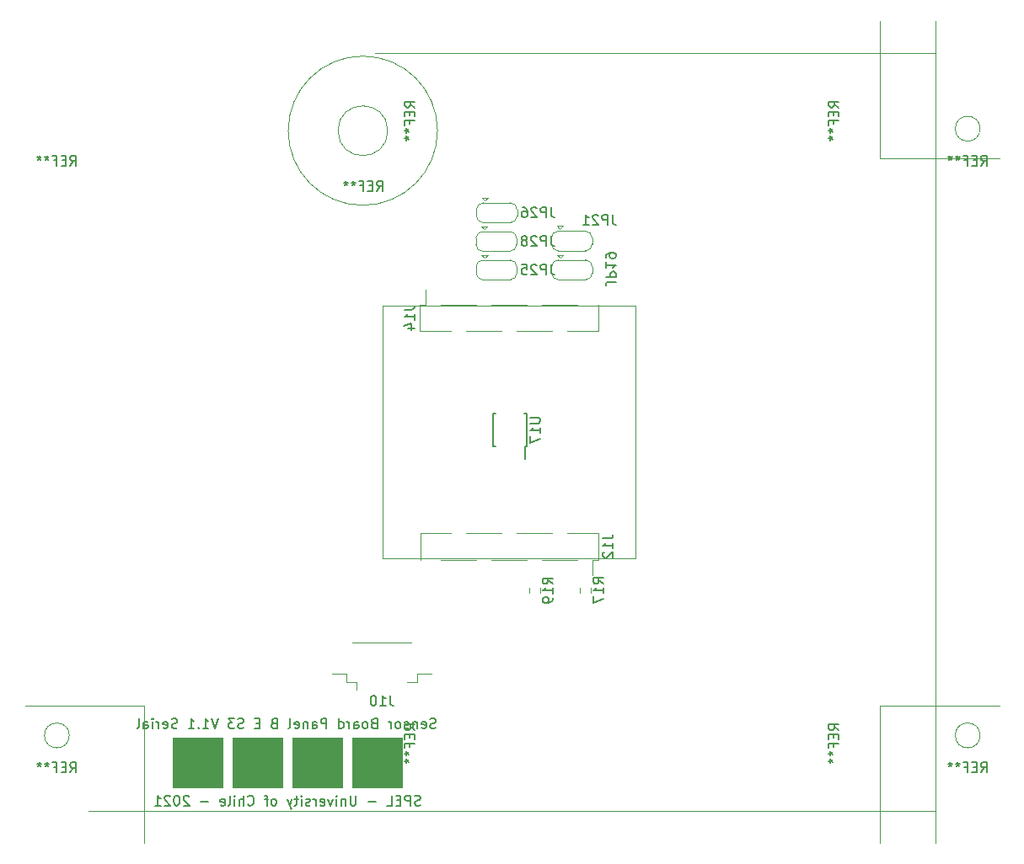
<source format=gbr>
G04 #@! TF.GenerationSoftware,KiCad,Pcbnew,(5.1.2)-2*
G04 #@! TF.CreationDate,2022-01-19T07:22:50-03:00*
G04 #@! TF.ProjectId,MAG_Plus,4d41475f-506c-4757-932e-6b696361645f,rev?*
G04 #@! TF.SameCoordinates,Original*
G04 #@! TF.FileFunction,Legend,Bot*
G04 #@! TF.FilePolarity,Positive*
%FSLAX46Y46*%
G04 Gerber Fmt 4.6, Leading zero omitted, Abs format (unit mm)*
G04 Created by KiCad (PCBNEW (5.1.2)-2) date 2022-01-19 07:22:50*
%MOMM*%
%LPD*%
G04 APERTURE LIST*
%ADD10C,0.120000*%
%ADD11C,0.100000*%
%ADD12C,0.150000*%
G04 APERTURE END LIST*
D10*
X48500000Y-23000000D02*
G75*
G03X48500000Y-23000000I-2500000J0D01*
G01*
X53500000Y-23000000D02*
G75*
G03X53500000Y-23000000I-7500000J0D01*
G01*
D11*
G36*
X37900000Y-89050000D02*
G01*
X32900000Y-89050000D01*
X32900000Y-84050000D01*
X37900000Y-84050000D01*
X37900000Y-89050000D01*
G37*
X37900000Y-89050000D02*
X32900000Y-89050000D01*
X32900000Y-84050000D01*
X37900000Y-84050000D01*
X37900000Y-89050000D01*
G36*
X43900000Y-89050000D02*
G01*
X38900000Y-89050000D01*
X38900000Y-84050000D01*
X43900000Y-84050000D01*
X43900000Y-89050000D01*
G37*
X43900000Y-89050000D02*
X38900000Y-89050000D01*
X38900000Y-84050000D01*
X43900000Y-84050000D01*
X43900000Y-89050000D01*
G36*
X31900000Y-89050000D02*
G01*
X26900000Y-89050000D01*
X26900000Y-84050000D01*
X31900000Y-84050000D01*
X31900000Y-89050000D01*
G37*
X31900000Y-89050000D02*
X26900000Y-89050000D01*
X26900000Y-84050000D01*
X31900000Y-84050000D01*
X31900000Y-89050000D01*
G36*
X49900000Y-89050000D02*
G01*
X44900000Y-89050000D01*
X44900000Y-84050000D01*
X49900000Y-84050000D01*
X49900000Y-89050000D01*
G37*
X49900000Y-89050000D02*
X44900000Y-89050000D01*
X44900000Y-84050000D01*
X49900000Y-84050000D01*
X49900000Y-89050000D01*
D12*
X51783333Y-90804761D02*
X51640476Y-90852380D01*
X51402380Y-90852380D01*
X51307142Y-90804761D01*
X51259523Y-90757142D01*
X51211904Y-90661904D01*
X51211904Y-90566666D01*
X51259523Y-90471428D01*
X51307142Y-90423809D01*
X51402380Y-90376190D01*
X51592857Y-90328571D01*
X51688095Y-90280952D01*
X51735714Y-90233333D01*
X51783333Y-90138095D01*
X51783333Y-90042857D01*
X51735714Y-89947619D01*
X51688095Y-89900000D01*
X51592857Y-89852380D01*
X51354761Y-89852380D01*
X51211904Y-89900000D01*
X50783333Y-90852380D02*
X50783333Y-89852380D01*
X50402380Y-89852380D01*
X50307142Y-89900000D01*
X50259523Y-89947619D01*
X50211904Y-90042857D01*
X50211904Y-90185714D01*
X50259523Y-90280952D01*
X50307142Y-90328571D01*
X50402380Y-90376190D01*
X50783333Y-90376190D01*
X49783333Y-90328571D02*
X49450000Y-90328571D01*
X49307142Y-90852380D02*
X49783333Y-90852380D01*
X49783333Y-89852380D01*
X49307142Y-89852380D01*
X48402380Y-90852380D02*
X48878571Y-90852380D01*
X48878571Y-89852380D01*
X47307142Y-90471428D02*
X46545238Y-90471428D01*
X45307142Y-89852380D02*
X45307142Y-90661904D01*
X45259523Y-90757142D01*
X45211904Y-90804761D01*
X45116666Y-90852380D01*
X44926190Y-90852380D01*
X44830952Y-90804761D01*
X44783333Y-90757142D01*
X44735714Y-90661904D01*
X44735714Y-89852380D01*
X44259523Y-90185714D02*
X44259523Y-90852380D01*
X44259523Y-90280952D02*
X44211904Y-90233333D01*
X44116666Y-90185714D01*
X43973809Y-90185714D01*
X43878571Y-90233333D01*
X43830952Y-90328571D01*
X43830952Y-90852380D01*
X43354761Y-90852380D02*
X43354761Y-90185714D01*
X43354761Y-89852380D02*
X43402380Y-89900000D01*
X43354761Y-89947619D01*
X43307142Y-89900000D01*
X43354761Y-89852380D01*
X43354761Y-89947619D01*
X42973809Y-90185714D02*
X42735714Y-90852380D01*
X42497619Y-90185714D01*
X41735714Y-90804761D02*
X41830952Y-90852380D01*
X42021428Y-90852380D01*
X42116666Y-90804761D01*
X42164285Y-90709523D01*
X42164285Y-90328571D01*
X42116666Y-90233333D01*
X42021428Y-90185714D01*
X41830952Y-90185714D01*
X41735714Y-90233333D01*
X41688095Y-90328571D01*
X41688095Y-90423809D01*
X42164285Y-90519047D01*
X41259523Y-90852380D02*
X41259523Y-90185714D01*
X41259523Y-90376190D02*
X41211904Y-90280952D01*
X41164285Y-90233333D01*
X41069047Y-90185714D01*
X40973809Y-90185714D01*
X40688095Y-90804761D02*
X40592857Y-90852380D01*
X40402380Y-90852380D01*
X40307142Y-90804761D01*
X40259523Y-90709523D01*
X40259523Y-90661904D01*
X40307142Y-90566666D01*
X40402380Y-90519047D01*
X40545238Y-90519047D01*
X40640476Y-90471428D01*
X40688095Y-90376190D01*
X40688095Y-90328571D01*
X40640476Y-90233333D01*
X40545238Y-90185714D01*
X40402380Y-90185714D01*
X40307142Y-90233333D01*
X39830952Y-90852380D02*
X39830952Y-90185714D01*
X39830952Y-89852380D02*
X39878571Y-89900000D01*
X39830952Y-89947619D01*
X39783333Y-89900000D01*
X39830952Y-89852380D01*
X39830952Y-89947619D01*
X39497619Y-90185714D02*
X39116666Y-90185714D01*
X39354761Y-89852380D02*
X39354761Y-90709523D01*
X39307142Y-90804761D01*
X39211904Y-90852380D01*
X39116666Y-90852380D01*
X38878571Y-90185714D02*
X38640476Y-90852380D01*
X38402380Y-90185714D02*
X38640476Y-90852380D01*
X38735714Y-91090476D01*
X38783333Y-91138095D01*
X38878571Y-91185714D01*
X37116666Y-90852380D02*
X37211904Y-90804761D01*
X37259523Y-90757142D01*
X37307142Y-90661904D01*
X37307142Y-90376190D01*
X37259523Y-90280952D01*
X37211904Y-90233333D01*
X37116666Y-90185714D01*
X36973809Y-90185714D01*
X36878571Y-90233333D01*
X36830952Y-90280952D01*
X36783333Y-90376190D01*
X36783333Y-90661904D01*
X36830952Y-90757142D01*
X36878571Y-90804761D01*
X36973809Y-90852380D01*
X37116666Y-90852380D01*
X36497619Y-90185714D02*
X36116666Y-90185714D01*
X36354761Y-90852380D02*
X36354761Y-89995238D01*
X36307142Y-89900000D01*
X36211904Y-89852380D01*
X36116666Y-89852380D01*
X34450000Y-90757142D02*
X34497619Y-90804761D01*
X34640476Y-90852380D01*
X34735714Y-90852380D01*
X34878571Y-90804761D01*
X34973809Y-90709523D01*
X35021428Y-90614285D01*
X35069047Y-90423809D01*
X35069047Y-90280952D01*
X35021428Y-90090476D01*
X34973809Y-89995238D01*
X34878571Y-89900000D01*
X34735714Y-89852380D01*
X34640476Y-89852380D01*
X34497619Y-89900000D01*
X34450000Y-89947619D01*
X34021428Y-90852380D02*
X34021428Y-89852380D01*
X33592857Y-90852380D02*
X33592857Y-90328571D01*
X33640476Y-90233333D01*
X33735714Y-90185714D01*
X33878571Y-90185714D01*
X33973809Y-90233333D01*
X34021428Y-90280952D01*
X33116666Y-90852380D02*
X33116666Y-90185714D01*
X33116666Y-89852380D02*
X33164285Y-89900000D01*
X33116666Y-89947619D01*
X33069047Y-89900000D01*
X33116666Y-89852380D01*
X33116666Y-89947619D01*
X32497619Y-90852380D02*
X32592857Y-90804761D01*
X32640476Y-90709523D01*
X32640476Y-89852380D01*
X31735714Y-90804761D02*
X31830952Y-90852380D01*
X32021428Y-90852380D01*
X32116666Y-90804761D01*
X32164285Y-90709523D01*
X32164285Y-90328571D01*
X32116666Y-90233333D01*
X32021428Y-90185714D01*
X31830952Y-90185714D01*
X31735714Y-90233333D01*
X31688095Y-90328571D01*
X31688095Y-90423809D01*
X32164285Y-90519047D01*
X30497619Y-90471428D02*
X29735714Y-90471428D01*
X28545238Y-89947619D02*
X28497619Y-89900000D01*
X28402380Y-89852380D01*
X28164285Y-89852380D01*
X28069047Y-89900000D01*
X28021428Y-89947619D01*
X27973809Y-90042857D01*
X27973809Y-90138095D01*
X28021428Y-90280952D01*
X28592857Y-90852380D01*
X27973809Y-90852380D01*
X27354761Y-89852380D02*
X27259523Y-89852380D01*
X27164285Y-89900000D01*
X27116666Y-89947619D01*
X27069047Y-90042857D01*
X27021428Y-90233333D01*
X27021428Y-90471428D01*
X27069047Y-90661904D01*
X27116666Y-90757142D01*
X27164285Y-90804761D01*
X27259523Y-90852380D01*
X27354761Y-90852380D01*
X27450000Y-90804761D01*
X27497619Y-90757142D01*
X27545238Y-90661904D01*
X27592857Y-90471428D01*
X27592857Y-90233333D01*
X27545238Y-90042857D01*
X27497619Y-89947619D01*
X27450000Y-89900000D01*
X27354761Y-89852380D01*
X26640476Y-89947619D02*
X26592857Y-89900000D01*
X26497619Y-89852380D01*
X26259523Y-89852380D01*
X26164285Y-89900000D01*
X26116666Y-89947619D01*
X26069047Y-90042857D01*
X26069047Y-90138095D01*
X26116666Y-90280952D01*
X26688095Y-90852380D01*
X26069047Y-90852380D01*
X25116666Y-90852380D02*
X25688095Y-90852380D01*
X25402380Y-90852380D02*
X25402380Y-89852380D01*
X25497619Y-89995238D01*
X25592857Y-90090476D01*
X25688095Y-90138095D01*
X53302380Y-83054761D02*
X53159523Y-83102380D01*
X52921428Y-83102380D01*
X52826190Y-83054761D01*
X52778571Y-83007142D01*
X52730952Y-82911904D01*
X52730952Y-82816666D01*
X52778571Y-82721428D01*
X52826190Y-82673809D01*
X52921428Y-82626190D01*
X53111904Y-82578571D01*
X53207142Y-82530952D01*
X53254761Y-82483333D01*
X53302380Y-82388095D01*
X53302380Y-82292857D01*
X53254761Y-82197619D01*
X53207142Y-82150000D01*
X53111904Y-82102380D01*
X52873809Y-82102380D01*
X52730952Y-82150000D01*
X51921428Y-83054761D02*
X52016666Y-83102380D01*
X52207142Y-83102380D01*
X52302380Y-83054761D01*
X52350000Y-82959523D01*
X52350000Y-82578571D01*
X52302380Y-82483333D01*
X52207142Y-82435714D01*
X52016666Y-82435714D01*
X51921428Y-82483333D01*
X51873809Y-82578571D01*
X51873809Y-82673809D01*
X52350000Y-82769047D01*
X51445238Y-82435714D02*
X51445238Y-83102380D01*
X51445238Y-82530952D02*
X51397619Y-82483333D01*
X51302380Y-82435714D01*
X51159523Y-82435714D01*
X51064285Y-82483333D01*
X51016666Y-82578571D01*
X51016666Y-83102380D01*
X50588095Y-83054761D02*
X50492857Y-83102380D01*
X50302380Y-83102380D01*
X50207142Y-83054761D01*
X50159523Y-82959523D01*
X50159523Y-82911904D01*
X50207142Y-82816666D01*
X50302380Y-82769047D01*
X50445238Y-82769047D01*
X50540476Y-82721428D01*
X50588095Y-82626190D01*
X50588095Y-82578571D01*
X50540476Y-82483333D01*
X50445238Y-82435714D01*
X50302380Y-82435714D01*
X50207142Y-82483333D01*
X49588095Y-83102380D02*
X49683333Y-83054761D01*
X49730952Y-83007142D01*
X49778571Y-82911904D01*
X49778571Y-82626190D01*
X49730952Y-82530952D01*
X49683333Y-82483333D01*
X49588095Y-82435714D01*
X49445238Y-82435714D01*
X49350000Y-82483333D01*
X49302380Y-82530952D01*
X49254761Y-82626190D01*
X49254761Y-82911904D01*
X49302380Y-83007142D01*
X49350000Y-83054761D01*
X49445238Y-83102380D01*
X49588095Y-83102380D01*
X48826190Y-83102380D02*
X48826190Y-82435714D01*
X48826190Y-82626190D02*
X48778571Y-82530952D01*
X48730952Y-82483333D01*
X48635714Y-82435714D01*
X48540476Y-82435714D01*
X47111904Y-82578571D02*
X46969047Y-82626190D01*
X46921428Y-82673809D01*
X46873809Y-82769047D01*
X46873809Y-82911904D01*
X46921428Y-83007142D01*
X46969047Y-83054761D01*
X47064285Y-83102380D01*
X47445238Y-83102380D01*
X47445238Y-82102380D01*
X47111904Y-82102380D01*
X47016666Y-82150000D01*
X46969047Y-82197619D01*
X46921428Y-82292857D01*
X46921428Y-82388095D01*
X46969047Y-82483333D01*
X47016666Y-82530952D01*
X47111904Y-82578571D01*
X47445238Y-82578571D01*
X46302380Y-83102380D02*
X46397619Y-83054761D01*
X46445238Y-83007142D01*
X46492857Y-82911904D01*
X46492857Y-82626190D01*
X46445238Y-82530952D01*
X46397619Y-82483333D01*
X46302380Y-82435714D01*
X46159523Y-82435714D01*
X46064285Y-82483333D01*
X46016666Y-82530952D01*
X45969047Y-82626190D01*
X45969047Y-82911904D01*
X46016666Y-83007142D01*
X46064285Y-83054761D01*
X46159523Y-83102380D01*
X46302380Y-83102380D01*
X45111904Y-83102380D02*
X45111904Y-82578571D01*
X45159523Y-82483333D01*
X45254761Y-82435714D01*
X45445238Y-82435714D01*
X45540476Y-82483333D01*
X45111904Y-83054761D02*
X45207142Y-83102380D01*
X45445238Y-83102380D01*
X45540476Y-83054761D01*
X45588095Y-82959523D01*
X45588095Y-82864285D01*
X45540476Y-82769047D01*
X45445238Y-82721428D01*
X45207142Y-82721428D01*
X45111904Y-82673809D01*
X44635714Y-83102380D02*
X44635714Y-82435714D01*
X44635714Y-82626190D02*
X44588095Y-82530952D01*
X44540476Y-82483333D01*
X44445238Y-82435714D01*
X44350000Y-82435714D01*
X43588095Y-83102380D02*
X43588095Y-82102380D01*
X43588095Y-83054761D02*
X43683333Y-83102380D01*
X43873809Y-83102380D01*
X43969047Y-83054761D01*
X44016666Y-83007142D01*
X44064285Y-82911904D01*
X44064285Y-82626190D01*
X44016666Y-82530952D01*
X43969047Y-82483333D01*
X43873809Y-82435714D01*
X43683333Y-82435714D01*
X43588095Y-82483333D01*
X42350000Y-83102380D02*
X42350000Y-82102380D01*
X41969047Y-82102380D01*
X41873809Y-82150000D01*
X41826190Y-82197619D01*
X41778571Y-82292857D01*
X41778571Y-82435714D01*
X41826190Y-82530952D01*
X41873809Y-82578571D01*
X41969047Y-82626190D01*
X42350000Y-82626190D01*
X40921428Y-83102380D02*
X40921428Y-82578571D01*
X40969047Y-82483333D01*
X41064285Y-82435714D01*
X41254761Y-82435714D01*
X41350000Y-82483333D01*
X40921428Y-83054761D02*
X41016666Y-83102380D01*
X41254761Y-83102380D01*
X41350000Y-83054761D01*
X41397619Y-82959523D01*
X41397619Y-82864285D01*
X41350000Y-82769047D01*
X41254761Y-82721428D01*
X41016666Y-82721428D01*
X40921428Y-82673809D01*
X40445238Y-82435714D02*
X40445238Y-83102380D01*
X40445238Y-82530952D02*
X40397619Y-82483333D01*
X40302380Y-82435714D01*
X40159523Y-82435714D01*
X40064285Y-82483333D01*
X40016666Y-82578571D01*
X40016666Y-83102380D01*
X39159523Y-83054761D02*
X39254761Y-83102380D01*
X39445238Y-83102380D01*
X39540476Y-83054761D01*
X39588095Y-82959523D01*
X39588095Y-82578571D01*
X39540476Y-82483333D01*
X39445238Y-82435714D01*
X39254761Y-82435714D01*
X39159523Y-82483333D01*
X39111904Y-82578571D01*
X39111904Y-82673809D01*
X39588095Y-82769047D01*
X38540476Y-83102380D02*
X38635714Y-83054761D01*
X38683333Y-82959523D01*
X38683333Y-82102380D01*
X37064285Y-82578571D02*
X36921428Y-82626190D01*
X36873809Y-82673809D01*
X36826190Y-82769047D01*
X36826190Y-82911904D01*
X36873809Y-83007142D01*
X36921428Y-83054761D01*
X37016666Y-83102380D01*
X37397619Y-83102380D01*
X37397619Y-82102380D01*
X37064285Y-82102380D01*
X36969047Y-82150000D01*
X36921428Y-82197619D01*
X36873809Y-82292857D01*
X36873809Y-82388095D01*
X36921428Y-82483333D01*
X36969047Y-82530952D01*
X37064285Y-82578571D01*
X37397619Y-82578571D01*
X35635714Y-82578571D02*
X35302380Y-82578571D01*
X35159523Y-83102380D02*
X35635714Y-83102380D01*
X35635714Y-82102380D01*
X35159523Y-82102380D01*
X34016666Y-83054761D02*
X33873809Y-83102380D01*
X33635714Y-83102380D01*
X33540476Y-83054761D01*
X33492857Y-83007142D01*
X33445238Y-82911904D01*
X33445238Y-82816666D01*
X33492857Y-82721428D01*
X33540476Y-82673809D01*
X33635714Y-82626190D01*
X33826190Y-82578571D01*
X33921428Y-82530952D01*
X33969047Y-82483333D01*
X34016666Y-82388095D01*
X34016666Y-82292857D01*
X33969047Y-82197619D01*
X33921428Y-82150000D01*
X33826190Y-82102380D01*
X33588095Y-82102380D01*
X33445238Y-82150000D01*
X33111904Y-82102380D02*
X32492857Y-82102380D01*
X32826190Y-82483333D01*
X32683333Y-82483333D01*
X32588095Y-82530952D01*
X32540476Y-82578571D01*
X32492857Y-82673809D01*
X32492857Y-82911904D01*
X32540476Y-83007142D01*
X32588095Y-83054761D01*
X32683333Y-83102380D01*
X32969047Y-83102380D01*
X33064285Y-83054761D01*
X33111904Y-83007142D01*
X31445238Y-82102380D02*
X31111904Y-83102380D01*
X30778571Y-82102380D01*
X29921428Y-83102380D02*
X30492857Y-83102380D01*
X30207142Y-83102380D02*
X30207142Y-82102380D01*
X30302380Y-82245238D01*
X30397619Y-82340476D01*
X30492857Y-82388095D01*
X29492857Y-83007142D02*
X29445238Y-83054761D01*
X29492857Y-83102380D01*
X29540476Y-83054761D01*
X29492857Y-83007142D01*
X29492857Y-83102380D01*
X28492857Y-83102380D02*
X29064285Y-83102380D01*
X28778571Y-83102380D02*
X28778571Y-82102380D01*
X28873809Y-82245238D01*
X28969047Y-82340476D01*
X29064285Y-82388095D01*
X27350000Y-83054761D02*
X27207142Y-83102380D01*
X26969047Y-83102380D01*
X26873809Y-83054761D01*
X26826190Y-83007142D01*
X26778571Y-82911904D01*
X26778571Y-82816666D01*
X26826190Y-82721428D01*
X26873809Y-82673809D01*
X26969047Y-82626190D01*
X27159523Y-82578571D01*
X27254761Y-82530952D01*
X27302380Y-82483333D01*
X27350000Y-82388095D01*
X27350000Y-82292857D01*
X27302380Y-82197619D01*
X27254761Y-82150000D01*
X27159523Y-82102380D01*
X26921428Y-82102380D01*
X26778571Y-82150000D01*
X25969047Y-83054761D02*
X26064285Y-83102380D01*
X26254761Y-83102380D01*
X26350000Y-83054761D01*
X26397619Y-82959523D01*
X26397619Y-82578571D01*
X26350000Y-82483333D01*
X26254761Y-82435714D01*
X26064285Y-82435714D01*
X25969047Y-82483333D01*
X25921428Y-82578571D01*
X25921428Y-82673809D01*
X26397619Y-82769047D01*
X25492857Y-83102380D02*
X25492857Y-82435714D01*
X25492857Y-82626190D02*
X25445238Y-82530952D01*
X25397619Y-82483333D01*
X25302380Y-82435714D01*
X25207142Y-82435714D01*
X24873809Y-83102380D02*
X24873809Y-82435714D01*
X24873809Y-82102380D02*
X24921428Y-82150000D01*
X24873809Y-82197619D01*
X24826190Y-82150000D01*
X24873809Y-82102380D01*
X24873809Y-82197619D01*
X23969047Y-83102380D02*
X23969047Y-82578571D01*
X24016666Y-82483333D01*
X24111904Y-82435714D01*
X24302380Y-82435714D01*
X24397619Y-82483333D01*
X23969047Y-83054761D02*
X24064285Y-83102380D01*
X24302380Y-83102380D01*
X24397619Y-83054761D01*
X24445238Y-82959523D01*
X24445238Y-82864285D01*
X24397619Y-82769047D01*
X24302380Y-82721428D01*
X24064285Y-82721428D01*
X23969047Y-82673809D01*
X23350000Y-83102380D02*
X23445238Y-83054761D01*
X23492857Y-82959523D01*
X23492857Y-82102380D01*
D10*
X73360000Y-40600000D02*
X73360000Y-66000000D01*
X47960000Y-40600000D02*
X47960000Y-66000000D01*
X47960000Y-66000000D02*
X73360000Y-66000000D01*
X47960000Y-40600000D02*
X73360000Y-40600000D01*
X47190000Y-15200000D02*
X103560000Y-15200000D01*
X97960000Y-94600000D02*
X97960000Y-80800000D01*
X97960000Y-25800000D02*
X97960000Y-12000000D01*
X103560000Y-91400000D02*
X18460000Y-91400000D01*
X109960000Y-80800000D02*
X97960000Y-80800000D01*
X24060000Y-94600000D02*
X24060000Y-80800000D01*
X109960000Y-25800000D02*
X97960000Y-25800000D01*
X97960000Y-25800000D02*
X97960000Y-12000000D01*
X12060000Y-80800000D02*
X24060000Y-80800000D01*
X109960000Y-25800000D02*
X97960000Y-25800000D01*
X97960000Y-80800000D02*
X109960000Y-80800000D01*
X108010000Y-83800000D02*
G75*
G03X108010000Y-83800000I-1250000J0D01*
G01*
X103560000Y-94600000D02*
X103560000Y-12000000D01*
X16510000Y-83800000D02*
G75*
G03X16510000Y-83800000I-1250000J0D01*
G01*
X108010000Y-22800000D02*
G75*
G03X108010000Y-22800000I-1250000J0D01*
G01*
X45335000Y-78475000D02*
X45335000Y-79225000D01*
X44935000Y-74475000D02*
X50885000Y-74475000D01*
X44385000Y-77575000D02*
X42885000Y-77575000D01*
X44385000Y-78475000D02*
X44385000Y-77575000D01*
X45335000Y-78475000D02*
X44385000Y-78475000D01*
X51435000Y-77575000D02*
X52935000Y-77575000D01*
X51435000Y-78475000D02*
X51435000Y-77575000D01*
X50485000Y-78475000D02*
X51435000Y-78475000D01*
X69670000Y-66140000D02*
X69670000Y-63480000D01*
X51770000Y-66140000D02*
X51770000Y-63480000D01*
X69670000Y-63480000D02*
X66560000Y-63480000D01*
X69100000Y-66140000D02*
X69100000Y-67660000D01*
X69670000Y-66140000D02*
X69100000Y-66140000D01*
X52340000Y-63480000D02*
X51770000Y-63480000D01*
X65040000Y-63480000D02*
X61480000Y-63480000D01*
X59960000Y-63480000D02*
X56400000Y-63480000D01*
X54880000Y-63480000D02*
X51770000Y-63480000D01*
X67580000Y-66140000D02*
X64020000Y-66140000D01*
X62500000Y-66140000D02*
X58940000Y-66140000D01*
X57420000Y-66140000D02*
X53860000Y-66140000D01*
X63980000Y-40500000D02*
X67540000Y-40500000D01*
X58900000Y-40500000D02*
X62460000Y-40500000D01*
X53820000Y-40500000D02*
X57380000Y-40500000D01*
X66520000Y-43160000D02*
X69630000Y-43160000D01*
X61440000Y-43160000D02*
X65000000Y-43160000D01*
X56360000Y-43160000D02*
X59920000Y-43160000D01*
X69060000Y-43160000D02*
X69630000Y-43160000D01*
X51730000Y-40500000D02*
X52300000Y-40500000D01*
X52300000Y-40500000D02*
X52300000Y-38980000D01*
X51730000Y-43160000D02*
X54840000Y-43160000D01*
X69630000Y-40500000D02*
X69630000Y-43160000D01*
X51730000Y-40500000D02*
X51730000Y-43160000D01*
X64960000Y-37290000D02*
G75*
G03X65660000Y-37990000I700000J0D01*
G01*
X65660000Y-35990000D02*
G75*
G03X64960000Y-36690000I0J-700000D01*
G01*
X69060000Y-36690000D02*
G75*
G03X68360000Y-35990000I-700000J0D01*
G01*
X68360000Y-37990000D02*
G75*
G03X69060000Y-37290000I0J700000D01*
G01*
X65610000Y-37990000D02*
X68410000Y-37990000D01*
X69060000Y-37290000D02*
X69060000Y-36690000D01*
X68410000Y-35990000D02*
X65610000Y-35990000D01*
X64960000Y-36690000D02*
X64960000Y-37290000D01*
X65810000Y-35790000D02*
X65510000Y-35490000D01*
X65510000Y-35490000D02*
X66110000Y-35490000D01*
X65810000Y-35790000D02*
X66110000Y-35490000D01*
X65790000Y-32890000D02*
X66090000Y-32590000D01*
X65490000Y-32590000D02*
X66090000Y-32590000D01*
X65790000Y-32890000D02*
X65490000Y-32590000D01*
X64940000Y-33790000D02*
X64940000Y-34390000D01*
X68390000Y-33090000D02*
X65590000Y-33090000D01*
X69040000Y-34390000D02*
X69040000Y-33790000D01*
X65590000Y-35090000D02*
X68390000Y-35090000D01*
X68340000Y-35090000D02*
G75*
G03X69040000Y-34390000I0J700000D01*
G01*
X69040000Y-33790000D02*
G75*
G03X68340000Y-33090000I-700000J0D01*
G01*
X65640000Y-33090000D02*
G75*
G03X64940000Y-33790000I0J-700000D01*
G01*
X64940000Y-34390000D02*
G75*
G03X65640000Y-35090000I700000J0D01*
G01*
X67840000Y-69440000D02*
X67840000Y-68940000D01*
X68900000Y-68940000D02*
X68900000Y-69440000D01*
X63780000Y-68950000D02*
X63780000Y-69450000D01*
X62720000Y-69450000D02*
X62720000Y-68950000D01*
X57380000Y-37300000D02*
G75*
G03X58080000Y-38000000I700000J0D01*
G01*
X58080000Y-36000000D02*
G75*
G03X57380000Y-36700000I0J-700000D01*
G01*
X61480000Y-36700000D02*
G75*
G03X60780000Y-36000000I-700000J0D01*
G01*
X60780000Y-38000000D02*
G75*
G03X61480000Y-37300000I0J700000D01*
G01*
X58030000Y-38000000D02*
X60830000Y-38000000D01*
X61480000Y-37300000D02*
X61480000Y-36700000D01*
X60830000Y-36000000D02*
X58030000Y-36000000D01*
X57380000Y-36700000D02*
X57380000Y-37300000D01*
X58230000Y-35800000D02*
X57930000Y-35500000D01*
X57930000Y-35500000D02*
X58530000Y-35500000D01*
X58230000Y-35800000D02*
X58530000Y-35500000D01*
X58250000Y-30050000D02*
X58550000Y-29750000D01*
X57950000Y-29750000D02*
X58550000Y-29750000D01*
X58250000Y-30050000D02*
X57950000Y-29750000D01*
X57400000Y-30950000D02*
X57400000Y-31550000D01*
X60850000Y-30250000D02*
X58050000Y-30250000D01*
X61500000Y-31550000D02*
X61500000Y-30950000D01*
X58050000Y-32250000D02*
X60850000Y-32250000D01*
X60800000Y-32250000D02*
G75*
G03X61500000Y-31550000I0J700000D01*
G01*
X61500000Y-30950000D02*
G75*
G03X60800000Y-30250000I-700000J0D01*
G01*
X58100000Y-30250000D02*
G75*
G03X57400000Y-30950000I0J-700000D01*
G01*
X57400000Y-31550000D02*
G75*
G03X58100000Y-32250000I700000J0D01*
G01*
X57360000Y-34430000D02*
G75*
G03X58060000Y-35130000I700000J0D01*
G01*
X58060000Y-33130000D02*
G75*
G03X57360000Y-33830000I0J-700000D01*
G01*
X61460000Y-33830000D02*
G75*
G03X60760000Y-33130000I-700000J0D01*
G01*
X60760000Y-35130000D02*
G75*
G03X61460000Y-34430000I0J700000D01*
G01*
X58010000Y-35130000D02*
X60810000Y-35130000D01*
X61460000Y-34430000D02*
X61460000Y-33830000D01*
X60810000Y-33130000D02*
X58010000Y-33130000D01*
X57360000Y-33830000D02*
X57360000Y-34430000D01*
X58210000Y-32930000D02*
X57910000Y-32630000D01*
X57910000Y-32630000D02*
X58510000Y-32630000D01*
X58210000Y-32930000D02*
X58510000Y-32630000D01*
D12*
X62270000Y-54755000D02*
X62270000Y-56005000D01*
X59095000Y-54755000D02*
X59095000Y-51405000D01*
X62445000Y-54755000D02*
X62445000Y-51405000D01*
X59095000Y-54755000D02*
X59345000Y-54755000D01*
X59095000Y-51405000D02*
X59345000Y-51405000D01*
X62445000Y-51405000D02*
X62195000Y-51405000D01*
X62445000Y-54755000D02*
X62270000Y-54755000D01*
X47393333Y-29052380D02*
X47726666Y-28576190D01*
X47964761Y-29052380D02*
X47964761Y-28052380D01*
X47583809Y-28052380D01*
X47488571Y-28100000D01*
X47440952Y-28147619D01*
X47393333Y-28242857D01*
X47393333Y-28385714D01*
X47440952Y-28480952D01*
X47488571Y-28528571D01*
X47583809Y-28576190D01*
X47964761Y-28576190D01*
X46964761Y-28528571D02*
X46631428Y-28528571D01*
X46488571Y-29052380D02*
X46964761Y-29052380D01*
X46964761Y-28052380D01*
X46488571Y-28052380D01*
X45726666Y-28528571D02*
X46060000Y-28528571D01*
X46060000Y-29052380D02*
X46060000Y-28052380D01*
X45583809Y-28052380D01*
X45060000Y-28052380D02*
X45060000Y-28290476D01*
X45298095Y-28195238D02*
X45060000Y-28290476D01*
X44821904Y-28195238D01*
X45202857Y-28480952D02*
X45060000Y-28290476D01*
X44917142Y-28480952D01*
X44298095Y-28052380D02*
X44298095Y-28290476D01*
X44536190Y-28195238D02*
X44298095Y-28290476D01*
X44060000Y-28195238D01*
X44440952Y-28480952D02*
X44298095Y-28290476D01*
X44155238Y-28480952D01*
X16593333Y-26502380D02*
X16926666Y-26026190D01*
X17164761Y-26502380D02*
X17164761Y-25502380D01*
X16783809Y-25502380D01*
X16688571Y-25550000D01*
X16640952Y-25597619D01*
X16593333Y-25692857D01*
X16593333Y-25835714D01*
X16640952Y-25930952D01*
X16688571Y-25978571D01*
X16783809Y-26026190D01*
X17164761Y-26026190D01*
X16164761Y-25978571D02*
X15831428Y-25978571D01*
X15688571Y-26502380D02*
X16164761Y-26502380D01*
X16164761Y-25502380D01*
X15688571Y-25502380D01*
X14926666Y-25978571D02*
X15260000Y-25978571D01*
X15260000Y-26502380D02*
X15260000Y-25502380D01*
X14783809Y-25502380D01*
X14260000Y-25502380D02*
X14260000Y-25740476D01*
X14498095Y-25645238D02*
X14260000Y-25740476D01*
X14021904Y-25645238D01*
X14402857Y-25930952D02*
X14260000Y-25740476D01*
X14117142Y-25930952D01*
X13498095Y-25502380D02*
X13498095Y-25740476D01*
X13736190Y-25645238D02*
X13498095Y-25740476D01*
X13260000Y-25645238D01*
X13640952Y-25930952D02*
X13498095Y-25740476D01*
X13355238Y-25930952D01*
X108093333Y-87502380D02*
X108426666Y-87026190D01*
X108664761Y-87502380D02*
X108664761Y-86502380D01*
X108283809Y-86502380D01*
X108188571Y-86550000D01*
X108140952Y-86597619D01*
X108093333Y-86692857D01*
X108093333Y-86835714D01*
X108140952Y-86930952D01*
X108188571Y-86978571D01*
X108283809Y-87026190D01*
X108664761Y-87026190D01*
X107664761Y-86978571D02*
X107331428Y-86978571D01*
X107188571Y-87502380D02*
X107664761Y-87502380D01*
X107664761Y-86502380D01*
X107188571Y-86502380D01*
X106426666Y-86978571D02*
X106760000Y-86978571D01*
X106760000Y-87502380D02*
X106760000Y-86502380D01*
X106283809Y-86502380D01*
X105760000Y-86502380D02*
X105760000Y-86740476D01*
X105998095Y-86645238D02*
X105760000Y-86740476D01*
X105521904Y-86645238D01*
X105902857Y-86930952D02*
X105760000Y-86740476D01*
X105617142Y-86930952D01*
X104998095Y-86502380D02*
X104998095Y-86740476D01*
X105236190Y-86645238D02*
X104998095Y-86740476D01*
X104760000Y-86645238D01*
X105140952Y-86930952D02*
X104998095Y-86740476D01*
X104855238Y-86930952D01*
X16593333Y-87512380D02*
X16926666Y-87036190D01*
X17164761Y-87512380D02*
X17164761Y-86512380D01*
X16783809Y-86512380D01*
X16688571Y-86560000D01*
X16640952Y-86607619D01*
X16593333Y-86702857D01*
X16593333Y-86845714D01*
X16640952Y-86940952D01*
X16688571Y-86988571D01*
X16783809Y-87036190D01*
X17164761Y-87036190D01*
X16164761Y-86988571D02*
X15831428Y-86988571D01*
X15688571Y-87512380D02*
X16164761Y-87512380D01*
X16164761Y-86512380D01*
X15688571Y-86512380D01*
X14926666Y-86988571D02*
X15260000Y-86988571D01*
X15260000Y-87512380D02*
X15260000Y-86512380D01*
X14783809Y-86512380D01*
X14260000Y-86512380D02*
X14260000Y-86750476D01*
X14498095Y-86655238D02*
X14260000Y-86750476D01*
X14021904Y-86655238D01*
X14402857Y-86940952D02*
X14260000Y-86750476D01*
X14117142Y-86940952D01*
X13498095Y-86512380D02*
X13498095Y-86750476D01*
X13736190Y-86655238D02*
X13498095Y-86750476D01*
X13260000Y-86655238D01*
X13640952Y-86940952D02*
X13498095Y-86750476D01*
X13355238Y-86940952D01*
X108093333Y-26502380D02*
X108426666Y-26026190D01*
X108664761Y-26502380D02*
X108664761Y-25502380D01*
X108283809Y-25502380D01*
X108188571Y-25550000D01*
X108140952Y-25597619D01*
X108093333Y-25692857D01*
X108093333Y-25835714D01*
X108140952Y-25930952D01*
X108188571Y-25978571D01*
X108283809Y-26026190D01*
X108664761Y-26026190D01*
X107664761Y-25978571D02*
X107331428Y-25978571D01*
X107188571Y-26502380D02*
X107664761Y-26502380D01*
X107664761Y-25502380D01*
X107188571Y-25502380D01*
X106426666Y-25978571D02*
X106760000Y-25978571D01*
X106760000Y-26502380D02*
X106760000Y-25502380D01*
X106283809Y-25502380D01*
X105760000Y-25502380D02*
X105760000Y-25740476D01*
X105998095Y-25645238D02*
X105760000Y-25740476D01*
X105521904Y-25645238D01*
X105902857Y-25930952D02*
X105760000Y-25740476D01*
X105617142Y-25930952D01*
X104998095Y-25502380D02*
X104998095Y-25740476D01*
X105236190Y-25645238D02*
X104998095Y-25740476D01*
X104760000Y-25645238D01*
X105140952Y-25930952D02*
X104998095Y-25740476D01*
X104855238Y-25930952D01*
X93812380Y-83276666D02*
X93336190Y-82943333D01*
X93812380Y-82705238D02*
X92812380Y-82705238D01*
X92812380Y-83086190D01*
X92860000Y-83181428D01*
X92907619Y-83229047D01*
X93002857Y-83276666D01*
X93145714Y-83276666D01*
X93240952Y-83229047D01*
X93288571Y-83181428D01*
X93336190Y-83086190D01*
X93336190Y-82705238D01*
X93288571Y-83705238D02*
X93288571Y-84038571D01*
X93812380Y-84181428D02*
X93812380Y-83705238D01*
X92812380Y-83705238D01*
X92812380Y-84181428D01*
X93288571Y-84943333D02*
X93288571Y-84610000D01*
X93812380Y-84610000D02*
X92812380Y-84610000D01*
X92812380Y-85086190D01*
X92812380Y-85610000D02*
X93050476Y-85610000D01*
X92955238Y-85371904D02*
X93050476Y-85610000D01*
X92955238Y-85848095D01*
X93240952Y-85467142D02*
X93050476Y-85610000D01*
X93240952Y-85752857D01*
X92812380Y-86371904D02*
X93050476Y-86371904D01*
X92955238Y-86133809D02*
X93050476Y-86371904D01*
X92955238Y-86610000D01*
X93240952Y-86229047D02*
X93050476Y-86371904D01*
X93240952Y-86514761D01*
X51222380Y-20656666D02*
X50746190Y-20323333D01*
X51222380Y-20085238D02*
X50222380Y-20085238D01*
X50222380Y-20466190D01*
X50270000Y-20561428D01*
X50317619Y-20609047D01*
X50412857Y-20656666D01*
X50555714Y-20656666D01*
X50650952Y-20609047D01*
X50698571Y-20561428D01*
X50746190Y-20466190D01*
X50746190Y-20085238D01*
X50698571Y-21085238D02*
X50698571Y-21418571D01*
X51222380Y-21561428D02*
X51222380Y-21085238D01*
X50222380Y-21085238D01*
X50222380Y-21561428D01*
X50698571Y-22323333D02*
X50698571Y-21990000D01*
X51222380Y-21990000D02*
X50222380Y-21990000D01*
X50222380Y-22466190D01*
X50222380Y-22990000D02*
X50460476Y-22990000D01*
X50365238Y-22751904D02*
X50460476Y-22990000D01*
X50365238Y-23228095D01*
X50650952Y-22847142D02*
X50460476Y-22990000D01*
X50650952Y-23132857D01*
X50222380Y-23751904D02*
X50460476Y-23751904D01*
X50365238Y-23513809D02*
X50460476Y-23751904D01*
X50365238Y-23990000D01*
X50650952Y-23609047D02*
X50460476Y-23751904D01*
X50650952Y-23894761D01*
X51222380Y-83276666D02*
X50746190Y-82943333D01*
X51222380Y-82705238D02*
X50222380Y-82705238D01*
X50222380Y-83086190D01*
X50270000Y-83181428D01*
X50317619Y-83229047D01*
X50412857Y-83276666D01*
X50555714Y-83276666D01*
X50650952Y-83229047D01*
X50698571Y-83181428D01*
X50746190Y-83086190D01*
X50746190Y-82705238D01*
X50698571Y-83705238D02*
X50698571Y-84038571D01*
X51222380Y-84181428D02*
X51222380Y-83705238D01*
X50222380Y-83705238D01*
X50222380Y-84181428D01*
X50698571Y-84943333D02*
X50698571Y-84610000D01*
X51222380Y-84610000D02*
X50222380Y-84610000D01*
X50222380Y-85086190D01*
X50222380Y-85610000D02*
X50460476Y-85610000D01*
X50365238Y-85371904D02*
X50460476Y-85610000D01*
X50365238Y-85848095D01*
X50650952Y-85467142D02*
X50460476Y-85610000D01*
X50650952Y-85752857D01*
X50222380Y-86371904D02*
X50460476Y-86371904D01*
X50365238Y-86133809D02*
X50460476Y-86371904D01*
X50365238Y-86610000D01*
X50650952Y-86229047D02*
X50460476Y-86371904D01*
X50650952Y-86514761D01*
X93812380Y-20656666D02*
X93336190Y-20323333D01*
X93812380Y-20085238D02*
X92812380Y-20085238D01*
X92812380Y-20466190D01*
X92860000Y-20561428D01*
X92907619Y-20609047D01*
X93002857Y-20656666D01*
X93145714Y-20656666D01*
X93240952Y-20609047D01*
X93288571Y-20561428D01*
X93336190Y-20466190D01*
X93336190Y-20085238D01*
X93288571Y-21085238D02*
X93288571Y-21418571D01*
X93812380Y-21561428D02*
X93812380Y-21085238D01*
X92812380Y-21085238D01*
X92812380Y-21561428D01*
X93288571Y-22323333D02*
X93288571Y-21990000D01*
X93812380Y-21990000D02*
X92812380Y-21990000D01*
X92812380Y-22466190D01*
X92812380Y-22990000D02*
X93050476Y-22990000D01*
X92955238Y-22751904D02*
X93050476Y-22990000D01*
X92955238Y-23228095D01*
X93240952Y-22847142D02*
X93050476Y-22990000D01*
X93240952Y-23132857D01*
X92812380Y-23751904D02*
X93050476Y-23751904D01*
X92955238Y-23513809D02*
X93050476Y-23751904D01*
X92955238Y-23990000D01*
X93240952Y-23609047D02*
X93050476Y-23751904D01*
X93240952Y-23894761D01*
X48719523Y-79802380D02*
X48719523Y-80516666D01*
X48767142Y-80659523D01*
X48862380Y-80754761D01*
X49005238Y-80802380D01*
X49100476Y-80802380D01*
X47719523Y-80802380D02*
X48290952Y-80802380D01*
X48005238Y-80802380D02*
X48005238Y-79802380D01*
X48100476Y-79945238D01*
X48195714Y-80040476D01*
X48290952Y-80088095D01*
X47100476Y-79802380D02*
X47005238Y-79802380D01*
X46910000Y-79850000D01*
X46862380Y-79897619D01*
X46814761Y-79992857D01*
X46767142Y-80183333D01*
X46767142Y-80421428D01*
X46814761Y-80611904D01*
X46862380Y-80707142D01*
X46910000Y-80754761D01*
X47005238Y-80802380D01*
X47100476Y-80802380D01*
X47195714Y-80754761D01*
X47243333Y-80707142D01*
X47290952Y-80611904D01*
X47338571Y-80421428D01*
X47338571Y-80183333D01*
X47290952Y-79992857D01*
X47243333Y-79897619D01*
X47195714Y-79850000D01*
X47100476Y-79802380D01*
X70122380Y-64000476D02*
X70836666Y-64000476D01*
X70979523Y-63952857D01*
X71074761Y-63857619D01*
X71122380Y-63714761D01*
X71122380Y-63619523D01*
X71122380Y-65000476D02*
X71122380Y-64429047D01*
X71122380Y-64714761D02*
X70122380Y-64714761D01*
X70265238Y-64619523D01*
X70360476Y-64524285D01*
X70408095Y-64429047D01*
X70217619Y-65381428D02*
X70170000Y-65429047D01*
X70122380Y-65524285D01*
X70122380Y-65762380D01*
X70170000Y-65857619D01*
X70217619Y-65905238D01*
X70312857Y-65952857D01*
X70408095Y-65952857D01*
X70550952Y-65905238D01*
X71122380Y-65333809D01*
X71122380Y-65952857D01*
X50182380Y-41020476D02*
X50896666Y-41020476D01*
X51039523Y-40972857D01*
X51134761Y-40877619D01*
X51182380Y-40734761D01*
X51182380Y-40639523D01*
X51182380Y-42020476D02*
X51182380Y-41449047D01*
X51182380Y-41734761D02*
X50182380Y-41734761D01*
X50325238Y-41639523D01*
X50420476Y-41544285D01*
X50468095Y-41449047D01*
X50515714Y-42877619D02*
X51182380Y-42877619D01*
X50134761Y-42639523D02*
X50849047Y-42401428D01*
X50849047Y-43020476D01*
X71407619Y-38209523D02*
X70693333Y-38209523D01*
X70550476Y-38257142D01*
X70455238Y-38352380D01*
X70407619Y-38495238D01*
X70407619Y-38590476D01*
X70407619Y-37733333D02*
X71407619Y-37733333D01*
X71407619Y-37352380D01*
X71360000Y-37257142D01*
X71312380Y-37209523D01*
X71217142Y-37161904D01*
X71074285Y-37161904D01*
X70979047Y-37209523D01*
X70931428Y-37257142D01*
X70883809Y-37352380D01*
X70883809Y-37733333D01*
X70407619Y-36209523D02*
X70407619Y-36780952D01*
X70407619Y-36495238D02*
X71407619Y-36495238D01*
X71264761Y-36590476D01*
X71169523Y-36685714D01*
X71121904Y-36780952D01*
X70407619Y-35733333D02*
X70407619Y-35542857D01*
X70455238Y-35447619D01*
X70502857Y-35400000D01*
X70645714Y-35304761D01*
X70836190Y-35257142D01*
X71217142Y-35257142D01*
X71312380Y-35304761D01*
X71360000Y-35352380D01*
X71407619Y-35447619D01*
X71407619Y-35638095D01*
X71360000Y-35733333D01*
X71312380Y-35780952D01*
X71217142Y-35828571D01*
X70979047Y-35828571D01*
X70883809Y-35780952D01*
X70836190Y-35733333D01*
X70788571Y-35638095D01*
X70788571Y-35447619D01*
X70836190Y-35352380D01*
X70883809Y-35304761D01*
X70979047Y-35257142D01*
X71069523Y-31452380D02*
X71069523Y-32166666D01*
X71117142Y-32309523D01*
X71212380Y-32404761D01*
X71355238Y-32452380D01*
X71450476Y-32452380D01*
X70593333Y-32452380D02*
X70593333Y-31452380D01*
X70212380Y-31452380D01*
X70117142Y-31500000D01*
X70069523Y-31547619D01*
X70021904Y-31642857D01*
X70021904Y-31785714D01*
X70069523Y-31880952D01*
X70117142Y-31928571D01*
X70212380Y-31976190D01*
X70593333Y-31976190D01*
X69640952Y-31547619D02*
X69593333Y-31500000D01*
X69498095Y-31452380D01*
X69260000Y-31452380D01*
X69164761Y-31500000D01*
X69117142Y-31547619D01*
X69069523Y-31642857D01*
X69069523Y-31738095D01*
X69117142Y-31880952D01*
X69688571Y-32452380D01*
X69069523Y-32452380D01*
X68117142Y-32452380D02*
X68688571Y-32452380D01*
X68402857Y-32452380D02*
X68402857Y-31452380D01*
X68498095Y-31595238D01*
X68593333Y-31690476D01*
X68688571Y-31738095D01*
X70172380Y-68547142D02*
X69696190Y-68213809D01*
X70172380Y-67975714D02*
X69172380Y-67975714D01*
X69172380Y-68356666D01*
X69220000Y-68451904D01*
X69267619Y-68499523D01*
X69362857Y-68547142D01*
X69505714Y-68547142D01*
X69600952Y-68499523D01*
X69648571Y-68451904D01*
X69696190Y-68356666D01*
X69696190Y-67975714D01*
X70172380Y-69499523D02*
X70172380Y-68928095D01*
X70172380Y-69213809D02*
X69172380Y-69213809D01*
X69315238Y-69118571D01*
X69410476Y-69023333D01*
X69458095Y-68928095D01*
X69172380Y-69832857D02*
X69172380Y-70499523D01*
X70172380Y-70070952D01*
X65052380Y-68557142D02*
X64576190Y-68223809D01*
X65052380Y-67985714D02*
X64052380Y-67985714D01*
X64052380Y-68366666D01*
X64100000Y-68461904D01*
X64147619Y-68509523D01*
X64242857Y-68557142D01*
X64385714Y-68557142D01*
X64480952Y-68509523D01*
X64528571Y-68461904D01*
X64576190Y-68366666D01*
X64576190Y-67985714D01*
X65052380Y-69509523D02*
X65052380Y-68938095D01*
X65052380Y-69223809D02*
X64052380Y-69223809D01*
X64195238Y-69128571D01*
X64290476Y-69033333D01*
X64338095Y-68938095D01*
X65052380Y-69985714D02*
X65052380Y-70176190D01*
X65004761Y-70271428D01*
X64957142Y-70319047D01*
X64814285Y-70414285D01*
X64623809Y-70461904D01*
X64242857Y-70461904D01*
X64147619Y-70414285D01*
X64100000Y-70366666D01*
X64052380Y-70271428D01*
X64052380Y-70080952D01*
X64100000Y-69985714D01*
X64147619Y-69938095D01*
X64242857Y-69890476D01*
X64480952Y-69890476D01*
X64576190Y-69938095D01*
X64623809Y-69985714D01*
X64671428Y-70080952D01*
X64671428Y-70271428D01*
X64623809Y-70366666D01*
X64576190Y-70414285D01*
X64480952Y-70461904D01*
X64879523Y-36442380D02*
X64879523Y-37156666D01*
X64927142Y-37299523D01*
X65022380Y-37394761D01*
X65165238Y-37442380D01*
X65260476Y-37442380D01*
X64403333Y-37442380D02*
X64403333Y-36442380D01*
X64022380Y-36442380D01*
X63927142Y-36490000D01*
X63879523Y-36537619D01*
X63831904Y-36632857D01*
X63831904Y-36775714D01*
X63879523Y-36870952D01*
X63927142Y-36918571D01*
X64022380Y-36966190D01*
X64403333Y-36966190D01*
X63450952Y-36537619D02*
X63403333Y-36490000D01*
X63308095Y-36442380D01*
X63070000Y-36442380D01*
X62974761Y-36490000D01*
X62927142Y-36537619D01*
X62879523Y-36632857D01*
X62879523Y-36728095D01*
X62927142Y-36870952D01*
X63498571Y-37442380D01*
X62879523Y-37442380D01*
X61974761Y-36442380D02*
X62450952Y-36442380D01*
X62498571Y-36918571D01*
X62450952Y-36870952D01*
X62355714Y-36823333D01*
X62117619Y-36823333D01*
X62022380Y-36870952D01*
X61974761Y-36918571D01*
X61927142Y-37013809D01*
X61927142Y-37251904D01*
X61974761Y-37347142D01*
X62022380Y-37394761D01*
X62117619Y-37442380D01*
X62355714Y-37442380D01*
X62450952Y-37394761D01*
X62498571Y-37347142D01*
X64889523Y-30692380D02*
X64889523Y-31406666D01*
X64937142Y-31549523D01*
X65032380Y-31644761D01*
X65175238Y-31692380D01*
X65270476Y-31692380D01*
X64413333Y-31692380D02*
X64413333Y-30692380D01*
X64032380Y-30692380D01*
X63937142Y-30740000D01*
X63889523Y-30787619D01*
X63841904Y-30882857D01*
X63841904Y-31025714D01*
X63889523Y-31120952D01*
X63937142Y-31168571D01*
X64032380Y-31216190D01*
X64413333Y-31216190D01*
X63460952Y-30787619D02*
X63413333Y-30740000D01*
X63318095Y-30692380D01*
X63080000Y-30692380D01*
X62984761Y-30740000D01*
X62937142Y-30787619D01*
X62889523Y-30882857D01*
X62889523Y-30978095D01*
X62937142Y-31120952D01*
X63508571Y-31692380D01*
X62889523Y-31692380D01*
X62032380Y-30692380D02*
X62222857Y-30692380D01*
X62318095Y-30740000D01*
X62365714Y-30787619D01*
X62460952Y-30930476D01*
X62508571Y-31120952D01*
X62508571Y-31501904D01*
X62460952Y-31597142D01*
X62413333Y-31644761D01*
X62318095Y-31692380D01*
X62127619Y-31692380D01*
X62032380Y-31644761D01*
X61984761Y-31597142D01*
X61937142Y-31501904D01*
X61937142Y-31263809D01*
X61984761Y-31168571D01*
X62032380Y-31120952D01*
X62127619Y-31073333D01*
X62318095Y-31073333D01*
X62413333Y-31120952D01*
X62460952Y-31168571D01*
X62508571Y-31263809D01*
X64879523Y-33572380D02*
X64879523Y-34286666D01*
X64927142Y-34429523D01*
X65022380Y-34524761D01*
X65165238Y-34572380D01*
X65260476Y-34572380D01*
X64403333Y-34572380D02*
X64403333Y-33572380D01*
X64022380Y-33572380D01*
X63927142Y-33620000D01*
X63879523Y-33667619D01*
X63831904Y-33762857D01*
X63831904Y-33905714D01*
X63879523Y-34000952D01*
X63927142Y-34048571D01*
X64022380Y-34096190D01*
X64403333Y-34096190D01*
X63450952Y-33667619D02*
X63403333Y-33620000D01*
X63308095Y-33572380D01*
X63070000Y-33572380D01*
X62974761Y-33620000D01*
X62927142Y-33667619D01*
X62879523Y-33762857D01*
X62879523Y-33858095D01*
X62927142Y-34000952D01*
X63498571Y-34572380D01*
X62879523Y-34572380D01*
X62308095Y-34000952D02*
X62403333Y-33953333D01*
X62450952Y-33905714D01*
X62498571Y-33810476D01*
X62498571Y-33762857D01*
X62450952Y-33667619D01*
X62403333Y-33620000D01*
X62308095Y-33572380D01*
X62117619Y-33572380D01*
X62022380Y-33620000D01*
X61974761Y-33667619D01*
X61927142Y-33762857D01*
X61927142Y-33810476D01*
X61974761Y-33905714D01*
X62022380Y-33953333D01*
X62117619Y-34000952D01*
X62308095Y-34000952D01*
X62403333Y-34048571D01*
X62450952Y-34096190D01*
X62498571Y-34191428D01*
X62498571Y-34381904D01*
X62450952Y-34477142D01*
X62403333Y-34524761D01*
X62308095Y-34572380D01*
X62117619Y-34572380D01*
X62022380Y-34524761D01*
X61974761Y-34477142D01*
X61927142Y-34381904D01*
X61927142Y-34191428D01*
X61974761Y-34096190D01*
X62022380Y-34048571D01*
X62117619Y-34000952D01*
X62822380Y-51841904D02*
X63631904Y-51841904D01*
X63727142Y-51889523D01*
X63774761Y-51937142D01*
X63822380Y-52032380D01*
X63822380Y-52222857D01*
X63774761Y-52318095D01*
X63727142Y-52365714D01*
X63631904Y-52413333D01*
X62822380Y-52413333D01*
X63822380Y-53413333D02*
X63822380Y-52841904D01*
X63822380Y-53127619D02*
X62822380Y-53127619D01*
X62965238Y-53032380D01*
X63060476Y-52937142D01*
X63108095Y-52841904D01*
X62822380Y-53746666D02*
X62822380Y-54413333D01*
X63822380Y-53984761D01*
M02*

</source>
